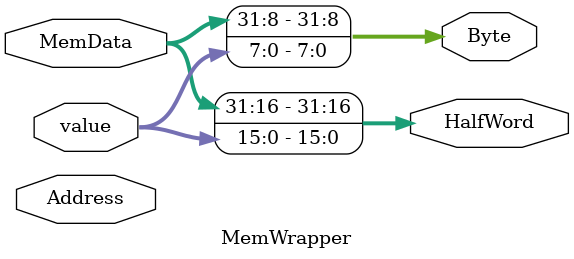
<source format=sv>
module MemWrapper(input logic [31:0] MemData, input logic [31:0] Address, input logic [31:0] value, output logic [31:0] HalfWord, output logic [31:0] Byte);

assign HalfWord [31:00] = { MemData[31:16], value [15:00] };
assign Byte [31:00] = { MemData[31:08], value [07:00] };

endmodule : MemWrapper
</source>
